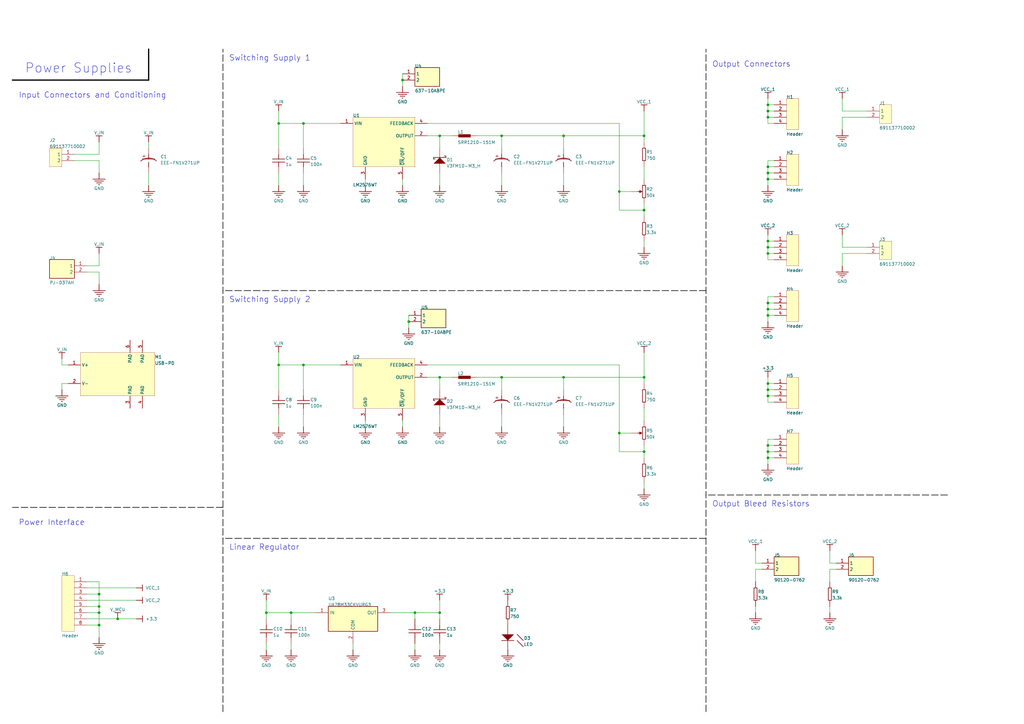
<source format=kicad_sch>
(kicad_sch (version 20231120) (generator "eeschema") (generator_version "8.0")
  (paper "A3")
  (junction (at 114.3 50.6222))
  (junction (at 124.46 50.6222))
  (junction (at 264.16 185.2422))
  (junction (at 314.96 98.8822))
  (junction (at 254 177.6222))
  (junction (at 231.14 55.7022))
  (junction (at 314.96 45.5422))
  (junction (at 314.96 124.2822))
  (junction (at 119.38 251.2822))
  (junction (at 40.64 251.2822))
  (junction (at 314.96 126.8222))
  (junction (at 314.96 162.3822))
  (junction (at 205.74 154.7622))
  (junction (at 264.16 154.7622))
  (junction (at 314.96 73.4822))
  (junction (at 314.96 43.0022))
  (junction (at 231.14 154.7622))
  (junction (at 165.1 32.8422))
  (junction (at 314.96 101.4222))
  (junction (at 40.64 243.6622))
  (junction (at 180.34 55.7022))
  (junction (at 314.96 187.7822))
  (junction (at 314.96 103.9622))
  (junction (at 124.46 149.6822))
  (junction (at 314.96 185.2422))
  (junction (at 314.96 157.3022))
  (junction (at 40.64 256.3622))
  (junction (at 254 78.5622))
  (junction (at 180.34 154.7622))
  (junction (at 314.96 129.3622))
  (junction (at 314.96 48.0822))
  (junction (at 180.34 251.2822))
  (junction (at 40.64 248.7422))
  (junction (at 167.64 131.9022))
  (junction (at 314.96 68.4022))
  (junction (at 314.96 159.8422))
  (junction (at 48.26 253.8222))
  (junction (at 109.22 251.2822))
  (junction (at 314.96 182.7022))
  (junction (at 264.16 86.1822))
  (junction (at 264.16 55.7022))
  (junction (at 205.74 55.7022))
  (junction (at 114.3 149.6822))
  (junction (at 170.18 251.2822))
  (junction (at 314.96 70.9422))
  (wire (pts (xy 205.74 55.7022) (xy 231.14 55.7022)))
  (wire (pts (xy 314.96 45.5422) (xy 314.96 48.0822)))
  (wire (pts (xy 314.96 187.7822) (xy 314.96 190.3222)))
  (wire (pts (xy 25.4 159.8422) (xy 25.4 157.3022)))
  (wire (pts (xy 314.96 48.0822) (xy 317.5 48.0822)))
  (wire (pts (xy 264.16 55.7022) (xy 264.16 45.5422)))
  (wire (pts (xy 254 185.2422) (xy 254 177.6222)))
  (wire (pts (xy 170.18 251.2822) (xy 180.34 251.2822)))
  (wire (pts (xy 309.88 230.9622) (xy 312.42 230.9622)))
  (wire (pts (xy 340.36 230.9622) (xy 342.9 230.9622)))
  (wire (pts (xy 180.34 159.8422) (xy 180.34 154.7622)))
  (wire (pts (xy 180.34 266.5222) (xy 180.34 263.9822)))
  (wire (pts (xy 264.16 154.7622) (xy 264.16 144.6022)))
  (wire (pts (xy 314.96 124.2822) (xy 314.96 126.8222)))
  (wire (pts (xy 345.44 45.5422) (xy 355.6 45.5422)))
  (wire (pts (xy 40.64 65.8622) (xy 30.48 65.8622)))
  (wire (pts (xy 317.5 73.4822) (xy 314.96 73.4822)))
  (wire (pts (xy 149.86 175.0822) (xy 149.86 172.5422)))
  (wire (pts (xy 27.94 149.6822) (xy 25.4 149.6822)))
  (polyline (pts (xy 5.08 32.8422) (xy 60.96 32.8422)) (stroke (width 0.508) (type solid) (color 0 0 0 1)))
  (wire (pts (xy 317.5 182.7022) (xy 314.96 182.7022)))
  (polyline (pts (xy 91.44 291.9222) (xy 91.44 20.1422)) (stroke (width 0.254) (type dash) (color 0 0 0 1)))
  (wire (pts (xy 124.46 76.0222) (xy 124.46 70.9422)))
  (wire (pts (xy 167.64 134.4422) (xy 167.64 131.9022)))
  (wire (pts (xy 40.64 248.7422) (xy 40.64 243.6622)))
  (wire (pts (xy 264.16 101.4222) (xy 264.16 98.8822)))
  (wire (pts (xy 314.96 40.4622) (xy 314.96 43.0022)))
  (wire (pts (xy 264.16 88.7222) (xy 264.16 86.1822)))
  (wire (pts (xy 264.16 73.4822) (xy 264.16 68.4022)))
  (wire (pts (xy 314.96 103.9622) (xy 314.96 106.5022)))
  (wire (pts (xy 264.16 86.1822) (xy 254 86.1822)))
  (wire (pts (xy 195.58 154.7622) (xy 205.74 154.7622)))
  (polyline (pts (xy 289.56 119.2022) (xy 91.44 119.2022)) (stroke (width 0.254) (type dash) (color 0 0 0 1)))
  (wire (pts (xy 167.64 131.9022) (xy 167.64 129.3622)))
  (wire (pts (xy 40.64 63.3222) (xy 30.48 63.3222)))
  (wire (pts (xy 309.88 225.8822) (xy 309.88 230.9622)))
  (wire (pts (xy 314.96 70.9422) (xy 314.96 73.4822)))
  (wire (pts (xy 35.56 243.6622) (xy 40.64 243.6622)))
  (wire (pts (xy 314.96 98.8822) (xy 317.5 98.8822)))
  (wire (pts (xy 195.58 55.7022) (xy 205.74 55.7022)))
  (wire (pts (xy 340.36 248.7422) (xy 340.36 251.2822)))
  (wire (pts (xy 317.5 65.8622) (xy 314.96 65.8622)))
  (wire (pts (xy 40.64 103.9622) (xy 40.64 109.0422)))
  (wire (pts (xy 231.14 159.8422) (xy 231.14 154.7622)))
  (wire (pts (xy 317.5 121.7422) (xy 314.96 121.7422)))
  (wire (pts (xy 231.14 175.0822) (xy 231.14 170.0022)))
  (wire (pts (xy 309.88 233.5022) (xy 312.42 233.5022)))
  (wire (pts (xy 114.3 50.6222) (xy 114.3 45.5422)))
  (wire (pts (xy 317.5 124.2822) (xy 314.96 124.2822)))
  (wire (pts (xy 345.44 96.3422) (xy 345.44 101.4222)))
  (wire (pts (xy 264.16 172.5422) (xy 264.16 167.4622)))
  (wire (pts (xy 119.38 251.2822) (xy 129.54 251.2822)))
  (wire (pts (xy 314.96 68.4022) (xy 314.96 70.9422)))
  (wire (pts (xy 35.56 246.2022) (xy 55.88 246.2022)))
  (wire (pts (xy 114.3 50.6222) (xy 114.3 60.7822)))
  (wire (pts (xy 231.14 154.7622) (xy 264.16 154.7622)))
  (wire (pts (xy 165.1 76.0222) (xy 165.1 73.4822)))
  (wire (pts (xy 35.56 241.1222) (xy 55.88 241.1222)))
  (wire (pts (xy 25.4 157.3022) (xy 27.94 157.3022)))
  (wire (pts (xy 165.1 32.8422) (xy 165.1 30.3022)))
  (wire (pts (xy 314.96 162.3822) (xy 317.5 162.3822)))
  (wire (pts (xy 264.16 86.1822) (xy 264.16 83.6422)))
  (polyline (pts (xy 289.56 220.8022) (xy 91.44 220.8022)) (stroke (width 0.254) (type dash) (color 0 0 0 1)))
  (wire (pts (xy 165.1 35.3822) (xy 165.1 32.8422)))
  (wire (pts (xy 314.96 101.4222) (xy 317.5 101.4222)))
  (wire (pts (xy 264.16 157.3022) (xy 264.16 154.7622)))
  (wire (pts (xy 314.96 48.0822) (xy 314.96 50.6222)))
  (wire (pts (xy 264.16 200.4822) (xy 264.16 197.9422)))
  (wire (pts (xy 40.64 111.5822) (xy 35.56 111.5822)))
  (wire (pts (xy 314.96 43.0022) (xy 317.5 43.0022)))
  (wire (pts (xy 40.64 58.2422) (xy 40.64 63.3222)))
  (wire (pts (xy 124.46 60.7822) (xy 124.46 50.6222)))
  (wire (pts (xy 314.96 182.7022) (xy 314.96 185.2422)))
  (wire (pts (xy 40.64 251.2822) (xy 35.56 251.2822)))
  (wire (pts (xy 317.5 70.9422) (xy 314.96 70.9422)))
  (wire (pts (xy 314.96 164.9222) (xy 317.5 164.9222)))
  (wire (pts (xy 254 149.6822) (xy 175.26 149.6822)))
  (wire (pts (xy 314.96 159.8422) (xy 314.96 162.3822)))
  (wire (pts (xy 40.64 70.9422) (xy 40.64 65.8622)))
  (wire (pts (xy 180.34 55.7022) (xy 185.42 55.7022)))
  (wire (pts (xy 264.16 187.7822) (xy 264.16 185.2422)))
  (wire (pts (xy 170.18 253.8222) (xy 170.18 251.2822)))
  (wire (pts (xy 264.16 185.2422) (xy 264.16 182.7022)))
  (wire (pts (xy 40.64 109.0422) (xy 35.56 109.0422)))
  (wire (pts (xy 314.96 126.8222) (xy 314.96 129.3622)))
  (wire (pts (xy 314.96 43.0022) (xy 314.96 45.5422)))
  (wire (pts (xy 264.16 185.2422) (xy 254 185.2422)))
  (wire (pts (xy 124.46 175.0822) (xy 124.46 170.0022)))
  (wire (pts (xy 48.26 253.8222) (xy 55.88 253.8222)))
  (polyline (pts (xy 60.96 32.8422) (xy 60.96 20.1422)) (stroke (width 0.508) (type solid) (color 0 0 0 1)))
  (polyline (pts (xy 289.56 291.9222) (xy 289.56 20.1422)) (stroke (width 0.254) (type dash) (color 0 0 0 1)))
  (wire (pts (xy 180.34 55.7022) (xy 175.26 55.7022)))
  (wire (pts (xy 124.46 149.6822) (xy 114.3 149.6822)))
  (wire (pts (xy 314.96 98.8822) (xy 314.96 101.4222)))
  (wire (pts (xy 317.5 180.1622) (xy 314.96 180.1622)))
  (wire (pts (xy 205.74 60.7822) (xy 205.74 55.7022)))
  (wire (pts (xy 345.44 40.4622) (xy 345.44 45.5422)))
  (wire (pts (xy 340.36 225.8822) (xy 340.36 230.9622)))
  (wire (pts (xy 309.88 238.5822) (xy 309.88 233.5022)))
  (wire (pts (xy 314.96 162.3822) (xy 314.96 164.9222)))
  (wire (pts (xy 254 177.6222) (xy 254 149.6822)))
  (wire (pts (xy 317.5 185.2422) (xy 314.96 185.2422)))
  (wire (pts (xy 35.56 248.7422) (xy 40.64 248.7422)))
  (wire (pts (xy 345.44 101.4222) (xy 355.6 101.4222)))
  (wire (pts (xy 342.9 233.5022) (xy 340.36 233.5022)))
  (wire (pts (xy 165.1 175.0822) (xy 165.1 172.5422)))
  (wire (pts (xy 40.64 251.2822) (xy 40.64 248.7422)))
  (wire (pts (xy 314.96 154.7622) (xy 314.96 157.3022)))
  (wire (pts (xy 264.16 58.2422) (xy 264.16 55.7022)))
  (wire (pts (xy 180.34 175.0822) (xy 180.34 170.0022)))
  (wire (pts (xy 345.44 53.1622) (xy 345.44 48.0822)))
  (wire (pts (xy 314.96 96.3422) (xy 314.96 98.8822)))
  (wire (pts (xy 35.56 256.3622) (xy 40.64 256.3622)))
  (wire (pts (xy 180.34 76.0222) (xy 180.34 70.9422)))
  (wire (pts (xy 180.34 246.2022) (xy 180.34 251.2822)))
  (wire (pts (xy 314.96 106.5022) (xy 317.5 106.5022)))
  (wire (pts (xy 124.46 50.6222) (xy 114.3 50.6222)))
  (wire (pts (xy 231.14 60.7822) (xy 231.14 55.7022)))
  (wire (pts (xy 314.96 103.9622) (xy 317.5 103.9622)))
  (wire (pts (xy 124.46 159.8422) (xy 124.46 149.6822)))
  (wire (pts (xy 119.38 251.2822) (xy 119.38 253.8222)))
  (wire (pts (xy 40.64 238.5822) (xy 35.56 238.5822)))
  (wire (pts (xy 314.96 157.3022) (xy 314.96 159.8422)))
  (wire (pts (xy 114.3 175.0822) (xy 114.3 170.0022)))
  (wire (pts (xy 139.7 149.6822) (xy 124.46 149.6822)))
  (wire (pts (xy 317.5 68.4022) (xy 314.96 68.4022)))
  (wire (pts (xy 40.64 256.3622) (xy 40.64 251.2822)))
  (wire (pts (xy 205.74 175.0822) (xy 205.74 170.0022)))
  (wire (pts (xy 254 50.6222) (xy 175.26 50.6222)))
  (wire (pts (xy 259.08 78.5622) (xy 254 78.5622)))
  (wire (pts (xy 60.96 58.2422) (xy 60.96 60.7822)))
  (wire (pts (xy 314.96 121.7422) (xy 314.96 124.2822)))
  (wire (pts (xy 345.44 103.9622) (xy 355.6 103.9622)))
  (wire (pts (xy 314.96 159.8422) (xy 317.5 159.8422)))
  (wire (pts (xy 314.96 50.6222) (xy 317.5 50.6222)))
  (wire (pts (xy 109.22 266.5222) (xy 109.22 263.9822)))
  (wire (pts (xy 109.22 251.2822) (xy 109.22 246.2022)))
  (wire (pts (xy 109.22 253.8222) (xy 109.22 251.2822)))
  (wire (pts (xy 314.96 45.5422) (xy 317.5 45.5422)))
  (wire (pts (xy 317.5 126.8222) (xy 314.96 126.8222)))
  (wire (pts (xy 119.38 266.5222) (xy 119.38 263.9822)))
  (wire (pts (xy 314.96 180.1622) (xy 314.96 182.7022)))
  (wire (pts (xy 40.64 256.3622) (xy 40.64 261.4422)))
  (wire (pts (xy 254 86.1822) (xy 254 78.5622)))
  (wire (pts (xy 160.02 251.2822) (xy 170.18 251.2822)))
  (wire (pts (xy 345.44 48.0822) (xy 355.6 48.0822)))
  (wire (pts (xy 114.3 149.6822) (xy 114.3 144.6022)))
  (wire (pts (xy 180.34 251.2822) (xy 180.34 253.8222)))
  (wire (pts (xy 40.64 116.6622) (xy 40.64 111.5822)))
  (wire (pts (xy 314.96 73.4822) (xy 314.96 76.0222)))
  (wire (pts (xy 114.3 149.6822) (xy 114.3 159.8422)))
  (polyline (pts (xy 388.62 203.0222) (xy 289.56 203.0222)) (stroke (width 0.254) (type dash) (color 0 0 0 1)))
  (wire (pts (xy 180.34 154.7622) (xy 175.26 154.7622)))
  (wire (pts (xy 314.96 185.2422) (xy 314.96 187.7822)))
  (wire (pts (xy 109.22 251.2822) (xy 119.38 251.2822)))
  (wire (pts (xy 40.64 243.6622) (xy 40.64 238.5822)))
  (wire (pts (xy 205.74 159.8422) (xy 205.74 154.7622)))
  (wire (pts (xy 139.7 50.6222) (xy 124.46 50.6222)))
  (polyline (pts (xy 91.44 208.1022) (xy 5.08 208.1022)) (stroke (width 0.254) (type dash) (color 0 0 0 1)))
  (wire (pts (xy 340.36 233.5022) (xy 340.36 238.5822)))
  (wire (pts (xy 231.14 55.7022) (xy 264.16 55.7022)))
  (wire (pts (xy 259.08 177.6222) (xy 254 177.6222)))
  (wire (pts (xy 60.96 76.0222) (xy 60.96 70.9422)))
  (wire (pts (xy 317.5 187.7822) (xy 314.96 187.7822)))
  (wire (pts (xy 254 78.5622) (xy 254 50.6222)))
  (wire (pts (xy 180.34 60.7822) (xy 180.34 55.7022)))
  (wire (pts (xy 231.14 76.0222) (xy 231.14 70.9422)))
  (wire (pts (xy 114.3 76.0222) (xy 114.3 70.9422)))
  (wire (pts (xy 314.96 101.4222) (xy 314.96 103.9622)))
  (wire (pts (xy 314.96 65.8622) (xy 314.96 68.4022)))
  (wire (pts (xy 144.78 266.5222) (xy 144.78 263.9822)))
  (wire (pts (xy 180.34 154.7622) (xy 185.42 154.7622)))
  (wire (pts (xy 205.74 154.7622) (xy 231.14 154.7622)))
  (wire (pts (xy 314.96 157.3022) (xy 317.5 157.3022)))
  (wire (pts (xy 149.86 76.0222) (xy 149.86 73.4822)))
  (wire (pts (xy 345.44 109.0422) (xy 345.44 103.9622)))
  (wire (pts (xy 314.96 129.3622) (xy 314.96 131.9022)))
  (wire (pts (xy 205.74 76.0222) (xy 205.74 70.9422)))
  (wire (pts (xy 170.18 266.5222) (xy 170.18 263.9822)))
  (wire (pts (xy 25.4 149.6822) (xy 25.4 147.1422)))
  (wire (pts (xy 309.88 251.2822) (xy 309.88 248.7422)))
  (wire (pts (xy 35.56 253.8222) (xy 48.26 253.8222)))
  (wire (pts (xy 317.5 129.3622) (xy 314.96 129.3622)))
  (text "Linear Regulator" (at 93.98 225.8822 0) (effects (font (size 2.286 2.286)) (justify left bottom)))
  (text "Switching Supply 2" (at 93.98 124.2822 0) (effects (font (size 2.286 2.286)) (justify left bottom)))
  (text "Switching Supply 1" (at 93.98 25.2222 0) (effects (font (size 2.286 2.286)) (justify left bottom)))
  (text "Input Connectors and Conditioning" (at 7.62 40.4622 0) (effects (font (size 2.286 2.286)) (justify left bottom)))
  (text "Output Bleed Resistors" (at 292.1 208.1022 0) (effects (font (size 2.286 2.286)) (justify left bottom)))
  (text "Power Supplies" (at 10.16 30.3022 0) (effects (font (size 3.81 3.81)) (justify left bottom)))
  (text "Power Interface" (at 7.62 215.7222 0) (effects (font (size 2.286 2.286)) (justify left bottom)))
  (text "Output Connectors" (at 292.1 27.7622 0) (effects (font (size 2.286 2.286)) (justify left bottom)))
  (symbol (lib_id "Power Supply Complete-altium-import:GND_POWER_GROUND") (at 114.3 76.0222 0) (unit 1)
    (property "Reference" "#PWR?" (effects (hide yes)))
    (property "Value" "GND" (at 114.3 82.3722 0))
  )
  (symbol (lib_id "Power Supply Complete-altium-import:root_0_90120-0762") (at 312.42 230.9622 0) (unit 1)
    (property "Reference" "J5" (at 317.5 228.4222 0) (effects (justify left bottom)))
    (property "Value" "90120-0762" (at 317.5 238.5822 0) (effects (justify left bottom)))
    (property "Footprint" "HDRV2W35P0X254_1X2_508X249X560P" (effects (hide yes)))
    (property "Description" "Connector" (effects (hide yes)))
    (property "DATASHEET LINK" "http://www.molex.com/pdm_docs/sd/901200762_sd.pdf" (effects (hide yes)))
    (property "HEIGHT" "5.6mm" (effects (hide yes)))
    (property "MANUFACTURER_NAME" "Molex" (effects (hide yes)))
    (property "MANUFACTURER_PART_NUMBER" "90120-0762" (effects (hide yes)))
    (property "MOUSER PART NUMBER" "538-90120-0762" (effects (hide yes)))
    (property "MOUSER PRICE/STOCK" "https://www.mouser.co.uk/ProductDetail/Molex/90120-0762?qs=NKHyz0HolODkarWFh2VFww%3D%3D" (effects (hide yes)))
    (property "ARROW PART NUMBER" "90120-0762" (effects (hide yes)))
    (property "ARROW PRICE/STOCK" "https://www.arrow.com/en/products/90120-0762/molex?region=nac" (effects (hide yes)))
  )
  (symbol (lib_id "Power Supply Complete-altium-import:root_0_637-10ABPE") (at 165.1 30.3022 0) (unit 1)
    (property "Reference" "U4" (at 170.18 27.7622 0) (effects (justify left bottom)))
    (property "Value" "637-10ABPE" (at 170.18 37.9222 0) (effects (justify left bottom)))
    (property "Footprint" "63710ABPE" (effects (hide yes)))
    (property "Description" "Undefined or Miscellaneous" (effects (hide yes)))
    (property "DATASHEET LINK" "https://media.digikey.com/pdf/Data%20Sheets/Wakefield%20Thermal%20PDFs/634%20Heat%20Sinks.pdf" (effects (hide yes)))
    (property "HEIGHT" "25.4mm" (effects (hide yes)))
    (property "MANUFACTURER_NAME" "Wakefield Thermal" (effects (hide yes)))
    (property "MANUFACTURER_PART_NUMBER" "637-10ABPE" (effects (hide yes)))
    (property "MOUSER PART NUMBER" "567-637-10ABPE" (effects (hide yes)))
    (property "MOUSER PRICE/STOCK" "https://www.mouser.co.uk/ProductDetail/Wakefield-Vette/637-10ABPE?qs=1%252ByrAFyf4wFy1bU0h8s7wA%3D%3D" (effects (hide yes)))
  )
  (symbol (lib_id "Power Supply Complete-altium-import:GND_POWER_GROUND") (at 264.16 101.4222 0) (unit 1)
    (property "Reference" "#PWR?" (effects (hide yes)))
    (property "Value" "GND" (at 264.16 107.7722 0))
  )
  (symbol (lib_id "Power Supply Complete-altium-import:VCC_1_BAR") (at 314.96 40.4622 180) (unit 1)
    (property "Reference" "#PWR?" (effects (hide yes)))
    (property "Value" "VCC_1" (at 314.96 36.6522 0))
  )
  (symbol (lib_id "Power Supply Complete-altium-import:root_0_Capacitor - Non Polarized") (at 114.3 159.8422 0) (unit 1)
    (property "Reference" "C8" (at 117.094 164.6682 0) (effects (justify left bottom)))
    (property "Value" "1u" (at 117.094 167.2082 0) (effects (justify left bottom)))
    (property "Footprint" "CAP0805" (effects (hide yes)))
    (property "Description" "Non Polarized Capacitor" (effects (hide yes)))
  )
  (symbol (lib_id "Power Supply Complete-altium-import:GND_POWER_GROUND") (at 114.3 175.0822 0) (unit 1)
    (property "Reference" "#PWR?" (effects (hide yes)))
    (property "Value" "GND" (at 114.3 181.4322 0))
  )
  (symbol (lib_id "Power Supply Complete-altium-import:root_0_Capacitor - Non Polarized") (at 180.34 253.8222 0) (unit 1)
    (property "Reference" "C13" (at 183.134 258.6482 0) (effects (justify left bottom)))
    (property "Value" "1u" (at 183.134 261.1882 0) (effects (justify left bottom)))
    (property "Footprint" "CAP0805" (effects (hide yes)))
    (property "Description" "Non Polarized Capacitor" (effects (hide yes)))
  )
  (symbol (lib_id "Power Supply Complete-altium-import:V_IN_BAR") (at 114.3 45.5422 180) (unit 1)
    (property "Reference" "#PWR?" (effects (hide yes)))
    (property "Value" "V_IN" (at 114.3 41.7322 0))
  )
  (symbol (lib_id "Power Supply Complete-altium-import:root_0_4-Pin Header") (at 317.5 43.0022 0) (unit 1)
    (property "Reference" "H1" (at 322.58 40.4622 0) (effects (justify left bottom)))
    (property "Value" "Header" (at 322.58 55.7022 0) (effects (justify left bottom)))
    (property "Footprint" "Header_1X4" (effects (hide yes)))
    (property "Description" "4-Pin Header" (effects (hide yes)))
  )
  (symbol (lib_id "Power Supply Complete-altium-import:GND_POWER_GROUND") (at 205.74 76.0222 0) (unit 1)
    (property "Reference" "#PWR?" (effects (hide yes)))
    (property "Value" "GND" (at 205.74 82.3722 0))
  )
  (symbol (lib_id "Power Supply Complete-altium-import:V_IN_BAR") (at 40.64 58.2422 180) (unit 1)
    (property "Reference" "#PWR?" (effects (hide yes)))
    (property "Value" "V_IN" (at 40.64 54.4322 0))
  )
  (symbol (lib_id "Power Supply Complete-altium-import:GND_POWER_GROUND") (at 314.96 131.9022 0) (unit 1)
    (property "Reference" "#PWR?" (effects (hide yes)))
    (property "Value" "GND" (at 314.96 138.2522 0))
  )
  (symbol (lib_id "Power Supply Complete-altium-import:VCC_2_BAR") (at 340.36 225.8822 180) (unit 1)
    (property "Reference" "#PWR?" (effects (hide yes)))
    (property "Value" "VCC_2" (at 340.36 222.0722 0))
  )
  (symbol (lib_id "Power Supply Complete-altium-import:root_0_USB-PD") (at 27.94 139.5222 0) (unit 1)
    (property "Reference" "M1" (at 63.5 147.1422 0) (effects (justify left bottom)))
    (property "Value" "USB-PD" (at 63.5 149.6822 0) (effects (justify left bottom)))
    (property "Footprint" "USB_C-PD" (effects (hide yes)))
  )
  (symbol (lib_id "Power Supply Complete-altium-import:VCC_1_BAR") (at 55.88 241.1222 90) (unit 1)
    (property "Reference" "#PWR?" (effects (hide yes)))
    (property "Value" "VCC_1" (at 59.69 241.1222 90) (effects (justify right)))
  )
  (symbol (lib_id "Power Supply Complete-altium-import:VCC_2_BAR") (at 264.16 144.6022 180) (unit 1)
    (property "Reference" "#PWR?" (effects (hide yes)))
    (property "Value" "VCC_2" (at 264.16 140.7922 0))
  )
  (symbol (lib_id "Power Supply Complete-altium-import:root_0_637-10ABPE") (at 167.64 129.3622 0) (unit 1)
    (property "Reference" "U5" (at 172.72 126.8222 0) (effects (justify left bottom)))
    (property "Value" "637-10ABPE" (at 172.72 136.9822 0) (effects (justify left bottom)))
    (property "Footprint" "63710ABPE" (effects (hide yes)))
    (property "Description" "Undefined or Miscellaneous" (effects (hide yes)))
    (property "DATASHEET LINK" "https://media.digikey.com/pdf/Data%20Sheets/Wakefield%20Thermal%20PDFs/634%20Heat%20Sinks.pdf" (effects (hide yes)))
    (property "HEIGHT" "25.4mm" (effects (hide yes)))
    (property "MANUFACTURER_NAME" "Wakefield Thermal" (effects (hide yes)))
    (property "MANUFACTURER_PART_NUMBER" "637-10ABPE" (effects (hide yes)))
    (property "MOUSER PART NUMBER" "567-637-10ABPE" (effects (hide yes)))
    (property "MOUSER PRICE/STOCK" "https://www.mouser.co.uk/ProductDetail/Wakefield-Vette/637-10ABPE?qs=1%252ByrAFyf4wFy1bU0h8s7wA%3D%3D" (effects (hide yes)))
  )
  (symbol (lib_id "Power Supply Complete-altium-import:root_0_Capacitor - Non Polarized") (at 170.18 253.8222 0) (unit 1)
    (property "Reference" "C12" (at 172.974 258.6482 0) (effects (justify left bottom)))
    (property "Value" "100n" (at 172.974 261.1882 0) (effects (justify left bottom)))
    (property "Footprint" "CAP0805" (effects (hide yes)))
    (property "Description" "Non Polarized Capacitor" (effects (hide yes)))
  )
  (symbol (lib_id "Power Supply Complete-altium-import:root_0_Resistor") (at 264.16 157.3022 0) (unit 1)
    (property "Reference" "R4" (at 265.049 162.1282 0) (effects (justify left bottom)))
    (property "Value" "750" (at 265.049 164.6682 0) (effects (justify left bottom)))
    (property "Footprint" "RESC0805" (effects (hide yes)))
    (property "Description" "Resistor" (effects (hide yes)))
  )
  (symbol (lib_id "Power Supply Complete-altium-import:V_IN_BAR") (at 40.64 103.9622 180) (unit 1)
    (property "Reference" "#PWR?" (effects (hide yes)))
    (property "Value" "V_IN" (at 40.64 100.1522 0))
  )
  (symbol (lib_id "Power Supply Complete-altium-import:GND_POWER_GROUND") (at 264.16 200.4822 0) (unit 1)
    (property "Reference" "#PWR?" (effects (hide yes)))
    (property "Value" "GND" (at 264.16 206.8322 0))
  )
  (symbol (lib_id "Power Supply Complete-altium-import:GND_POWER_GROUND") (at 124.46 76.0222 0) (unit 1)
    (property "Reference" "#PWR?" (effects (hide yes)))
    (property "Value" "GND" (at 124.46 82.3722 0))
  )
  (symbol (lib_id "Power Supply Complete-altium-import:root_0_Capacitor - Non Polarized") (at 114.3 60.7822 0) (unit 1)
    (property "Reference" "C4" (at 117.094 65.6082 0) (effects (justify left bottom)))
    (property "Value" "1u" (at 117.094 68.1482 0) (effects (justify left bottom)))
    (property "Footprint" "CAP0805" (effects (hide yes)))
    (property "Description" "Non Polarized Capacitor" (effects (hide yes)))
  )
  (symbol (lib_id "Power Supply Complete-altium-import:GND_POWER_GROUND") (at 40.64 116.6622 0) (unit 1)
    (property "Reference" "#PWR?" (effects (hide yes)))
    (property "Value" "GND" (at 40.64 123.0122 0))
  )
  (symbol (lib_id "Power Supply Complete-altium-import:GND_POWER_GROUND") (at 40.64 261.4422 0) (unit 1)
    (property "Reference" "#PWR?" (effects (hide yes)))
    (property "Value" "GND" (at 40.64 267.7922 0))
  )
  (symbol (lib_id "Power Supply Complete-altium-import:GND_POWER_GROUND") (at 149.86 175.0822 0) (unit 1)
    (property "Reference" "#PWR?" (effects (hide yes)))
    (property "Value" "GND" (at 149.86 181.4322 0))
  )
  (symbol (lib_id "Power Supply Complete-altium-import:VCC_2_BAR") (at 55.88 246.2022 90) (unit 1)
    (property "Reference" "#PWR?" (effects (hide yes)))
    (property "Value" "VCC_2" (at 59.69 246.2022 90) (effects (justify right)))
  )
  (symbol (lib_id "Power Supply Complete-altium-import:VCC_2_BAR") (at 314.96 96.3422 180) (unit 1)
    (property "Reference" "#PWR?" (effects (hide yes)))
    (property "Value" "VCC_2" (at 314.96 92.5322 0))
  )
  (symbol (lib_id "Power Supply Complete-altium-import:V_IN_BAR") (at 109.22 246.2022 180) (unit 1)
    (property "Reference" "#PWR?" (effects (hide yes)))
    (property "Value" "V_IN" (at 109.22 242.3922 0))
  )
  (symbol (lib_id "Power Supply Complete-altium-import:root_1_SRR1210-151M") (at 185.42 55.7022 0) (unit 1)
    (property "Reference" "L1" (at 187.706 54.8132 0) (effects (justify left bottom)))
    (property "Value" "SRR1210-151M" (at 187.706 59.1312 0) (effects (justify left bottom)))
    (property "Footprint" "INDPM120120X1000N-D" (effects (hide yes)))
    (property "Description" "Inductor" (effects (hide yes)))
    (property "DATASHEET LINK" "https://www.bourns.com/docs/Product-Datasheets/SRR1210.pdf" (effects (hide yes)))
    (property "HEIGHT" "10mm" (effects (hide yes)))
    (property "MANUFACTURER_NAME" "Bourns" (effects (hide yes)))
    (property "MANUFACTURER_PART_NUMBER" "SRR1210-151M" (effects (hide yes)))
    (property "MOUSER PART NUMBER" "652-SRR1210-151M" (effects (hide yes)))
    (property "MOUSER PRICE/STOCK" "https://www.mouser.co.uk/ProductDetail/Bourns/SRR1210-151M?qs=4vvWAaIu%2Fq7S1x5W5meWRQ%3D%3D" (effects (hide yes)))
    (property "ARROW PART NUMBER" "SRR1210-151M" (effects (hide yes)))
    (property "ARROW PRICE/STOCK" "https://www.arrow.com/en/products/srr1210-151m/bourns?region=nac" (effects (hide yes)))
  )
  (symbol (lib_id "Power Supply Complete-altium-import:GND_POWER_GROUND") (at 345.44 109.0422 0) (unit 1)
    (property "Reference" "#PWR?" (effects (hide yes)))
    (property "Value" "GND" (at 345.44 115.3922 0))
  )
  (symbol (lib_id "Power Supply Complete-altium-import:GND_POWER_GROUND") (at 309.88 251.2822 0) (unit 1)
    (property "Reference" "#PWR?" (effects (hide yes)))
    (property "Value" "GND" (at 309.88 257.6322 0))
  )
  (symbol (lib_id "Power Supply Complete-altium-import:V_IN_BAR") (at 25.4 147.1422 180) (unit 1)
    (property "Reference" "#PWR?" (effects (hide yes)))
    (property "Value" "V_IN" (at 25.4 143.3322 0))
  )
  (symbol (lib_id "Power Supply Complete-altium-import:root_0_mirrored_Potentiometer") (at 264.16 73.4822 0) (unit 1)
    (property "Reference" "R2" (at 265.049 78.3082 0) (effects (justify left bottom)))
    (property "Value" "50k" (at 265.049 80.8482 0) (effects (justify left bottom)))
    (property "Footprint" "3339P1103LF" (effects (hide yes)))
    (property "Description" "Potentionmeter" (effects (hide yes)))
  )
  (symbol (lib_id "Power Supply Complete-altium-import:GND_POWER_GROUND") (at 165.1 175.0822 0) (unit 1)
    (property "Reference" "#PWR?" (effects (hide yes)))
    (property "Value" "GND" (at 165.1 181.4322 0))
  )
  (symbol (lib_id "Power Supply Complete-altium-import:root_0_EEE-FN1V271UP") (at 231.14 60.7822 0) (unit 1)
    (property "Reference" "C3" (at 235.983 64.9732 0) (effects (justify left bottom)))
    (property "Value" "EEE-FN1V271UP" (at 235.983 67.5132 0) (effects (justify left bottom)))
    (property "Footprint" "EEHZT1E331UP" (effects (hide yes)))
    (property "Description" "Capacitor Polarised" (effects (hide yes)))
    (property "DATASHEET LINK" "http://industrial.panasonic.com/cdbs/www-data/pdf/RDE0000/RDE0000C1259.pdf" (effects (hide yes)))
    (property "HEIGHT" "10.8mm" (effects (hide yes)))
    (property "MANUFACTURER_NAME" "Panasonic" (effects (hide yes)))
    (property "MANUFACTURER_PART_NUMBER" "EEE-FN1V271UP" (effects (hide yes)))
    (property "MOUSER PART NUMBER" "667-EEE-FN1V271UP" (effects (hide yes)))
    (property "MOUSER PRICE/STOCK" "https://www.mouser.co.uk/ProductDetail/Panasonic/EEE-FN1V271UP/?qs=OlC7AqGiEDkrGQxqM1X3hg%3D%3D" (effects (hide yes)))
    (property "ARROW PART NUMBER" "EEE-FN1V271UP" (effects (hide yes)))
    (property "ARROW PRICE/STOCK" "https://www.arrow.com/en/products/eee-fn1v271up/panasonic" (effects (hide yes)))
  )
  (symbol (lib_id "Power Supply Complete-altium-import:VCC_1_BAR") (at 264.16 45.5422 180) (unit 1)
    (property "Reference" "#PWR?" (effects (hide yes)))
    (property "Value" "VCC_1" (at 264.16 41.7322 0))
  )
  (symbol (lib_id "Power Supply Complete-altium-import:root_0_EEE-FN1V271UP") (at 60.96 60.7822 0) (unit 1)
    (property "Reference" "C1" (at 65.803 64.9732 0) (effects (justify left bottom)))
    (property "Value" "EEE-FN1V271UP" (at 65.803 67.5132 0) (effects (justify left bottom)))
    (property "Footprint" "EEHZT1E331UP" (effects (hide yes)))
    (property "Description" "Capacitor Polarised" (effects (hide yes)))
    (property "DATASHEET LINK" "http://industrial.panasonic.com/cdbs/www-data/pdf/RDE0000/RDE0000C1259.pdf" (effects (hide yes)))
    (property "HEIGHT" "10.8mm" (effects (hide yes)))
    (property "MANUFACTURER_NAME" "Panasonic" (effects (hide yes)))
    (property "MANUFACTURER_PART_NUMBER" "EEE-FN1V271UP" (effects (hide yes)))
    (property "MOUSER PART NUMBER" "667-EEE-FN1V271UP" (effects (hide yes)))
    (property "MOUSER PRICE/STOCK" "https://www.mouser.co.uk/ProductDetail/Panasonic/EEE-FN1V271UP/?qs=OlC7AqGiEDkrGQxqM1X3hg%3D%3D" (effects (hide yes)))
    (property "ARROW PART NUMBER" "EEE-FN1V271UP" (effects (hide yes)))
    (property "ARROW PRICE/STOCK" "https://www.arrow.com/en/products/eee-fn1v271up/panasonic" (effects (hide yes)))
  )
  (symbol (lib_id "Power Supply Complete-altium-import:root_0_Capacitor - Non Polarized") (at 124.46 159.8422 0) (unit 1)
    (property "Reference" "C9" (at 127.254 164.6682 0) (effects (justify left bottom)))
    (property "Value" "100n" (at 127.254 167.2082 0) (effects (justify left bottom)))
    (property "Footprint" "CAP0805" (effects (hide yes)))
    (property "Description" "Non Polarized Capacitor" (effects (hide yes)))
  )
  (symbol (lib_id "Power Supply Complete-altium-import:root_0_Resistor") (at 264.16 58.2422 0) (unit 1)
    (property "Reference" "R1" (at 265.049 63.0682 0) (effects (justify left bottom)))
    (property "Value" "750" (at 265.049 65.6082 0) (effects (justify left bottom)))
    (property "Footprint" "RESC0805" (effects (hide yes)))
    (property "Description" "Resistor" (effects (hide yes)))
  )
  (symbol (lib_id "Power Supply Complete-altium-import:root_0_mirrored_Potentiometer") (at 264.16 172.5422 0) (unit 1)
    (property "Reference" "R5" (at 265.049 177.3682 0) (effects (justify left bottom)))
    (property "Value" "50k" (at 265.049 179.9082 0) (effects (justify left bottom)))
    (property "Footprint" "3339P1103LF" (effects (hide yes)))
    (property "Description" "Potentionmeter" (effects (hide yes)))
  )
  (symbol (lib_id "Power Supply Complete-altium-import:GND_POWER_GROUND") (at 170.18 266.5222 0) (unit 1)
    (property "Reference" "#PWR?" (effects (hide yes)))
    (property "Value" "GND" (at 170.18 272.8722 0))
  )
  (symbol (lib_id "Power Supply Complete-altium-import:VCC_2_BAR") (at 345.44 96.3422 180) (unit 1)
    (property "Reference" "#PWR?" (effects (hide yes)))
    (property "Value" "VCC_2" (at 345.44 92.5322 0))
  )
  (symbol (lib_id "Power Supply Complete-altium-import:GND_POWER_GROUND") (at 180.34 175.0822 0) (unit 1)
    (property "Reference" "#PWR?" (effects (hide yes)))
    (property "Value" "GND" (at 180.34 181.4322 0))
  )
  (symbol (lib_id "Power Supply Complete-altium-import:V_MCU_BAR") (at 48.26 253.8222 180) (unit 1)
    (property "Reference" "#PWR?" (effects (hide yes)))
    (property "Value" "V_MCU" (at 48.26 250.0122 0))
  )
  (symbol (lib_id "Power Supply Complete-altium-import:root_0_691137710002") (at 355.6 45.5422 0) (unit 1)
    (property "Reference" "J1" (at 360.68 43.0022 0) (effects (justify left bottom)))
    (property "Value" "691137710002" (at 360.68 53.1622 0) (effects (justify left bottom)))
    (property "Footprint" "SHDR2W70P0X500_1X2_1000X750X1160P" (effects (hide yes)))
    (property "Description" "Connector" (effects (hide yes)))
    (property "DATASHEET LINK" "https://katalog.we-online.com/em/datasheet/691137710002.pdf" (effects (hide yes)))
    (property "HEIGHT" "11.6mm" (effects (hide yes)))
    (property "MANUFACTURER_NAME" "Wurth Elektronik" (effects (hide yes)))
    (property "MANUFACTURER_PART_NUMBER" "691137710002" (effects (hide yes)))
    (property "MOUSER PART NUMBER" "710-691137710002" (effects (hide yes)))
    (property "MOUSER PRICE/STOCK" "https://www.mouser.co.uk/ProductDetail/Wurth-Elektronik/691137710002?qs=lBTPRtX1sU9LnHBbviNKGA%3D%3D" (effects (hide yes)))
  )
  (symbol (lib_id "Power Supply Complete-altium-import:root_0_mirrored_691137710002") (at 30.48 63.3222 0) (unit 1)
    (property "Reference" "J2" (at 20.32 58.2422 0) (effects (justify left bottom)))
    (property "Value" "691137710002" (at 20.32 60.7822 0) (effects (justify left bottom)))
    (property "Footprint" "SHDR2W70P0X500_1X2_1000X750X1160P" (effects (hide yes)))
    (property "Description" "Connector" (effects (hide yes)))
    (property "DATASHEET LINK" "https://katalog.we-online.com/em/datasheet/691137710002.pdf" (effects (hide yes)))
    (property "HEIGHT" "11.6mm" (effects (hide yes)))
    (property "MANUFACTURER_NAME" "Wurth Elektronik" (effects (hide yes)))
    (property "MANUFACTURER_PART_NUMBER" "691137710002" (effects (hide yes)))
    (property "MOUSER PART NUMBER" "710-691137710002" (effects (hide yes)))
    (property "MOUSER PRICE/STOCK" "https://www.mouser.co.uk/ProductDetail/Wurth-Elektronik/691137710002?qs=lBTPRtX1sU9LnHBbviNKGA%3D%3D" (effects (hide yes)))
  )
  (symbol (lib_id "Power Supply Complete-altium-import:root_1_SRR1210-151M") (at 185.42 154.7622 0) (unit 1)
    (property "Reference" "L2" (at 187.706 153.8732 0) (effects (justify left bottom)))
    (property "Value" "SRR1210-151M" (at 187.706 158.1912 0) (effects (justify left bottom)))
    (property "Footprint" "INDPM120120X1000N-D" (effects (hide yes)))
    (property "Description" "Inductor" (effects (hide yes)))
    (property "DATASHEET LINK" "https://www.bourns.com/docs/Product-Datasheets/SRR1210.pdf" (effects (hide yes)))
    (property "HEIGHT" "10mm" (effects (hide yes)))
    (property "MANUFACTURER_NAME" "Bourns" (effects (hide yes)))
    (property "MANUFACTURER_PART_NUMBER" "SRR1210-151M" (effects (hide yes)))
    (property "MOUSER PART NUMBER" "652-SRR1210-151M" (effects (hide yes)))
    (property "MOUSER PRICE/STOCK" "https://www.mouser.co.uk/ProductDetail/Bourns/SRR1210-151M?qs=4vvWAaIu%2Fq7S1x5W5meWRQ%3D%3D" (effects (hide yes)))
    (property "ARROW PART NUMBER" "SRR1210-151M" (effects (hide yes)))
    (property "ARROW PRICE/STOCK" "https://www.arrow.com/en/products/srr1210-151m/bourns?region=nac" (effects (hide yes)))
  )
  (symbol (lib_id "Power Supply Complete-altium-import:GND_POWER_GROUND") (at 149.86 76.0222 0) (unit 1)
    (property "Reference" "#PWR?" (effects (hide yes)))
    (property "Value" "GND" (at 149.86 82.3722 0))
  )
  (symbol (lib_id "Power Supply Complete-altium-import:root_0_LM2576WT") (at 139.7 149.6822 0) (unit 1)
    (property "Reference" "U2" (at 144.78 147.1422 0) (effects (justify left bottom)))
    (property "Value" "LM2576WT" (at 144.78 175.5902 0) (effects (justify left bottom)))
    (property "Footprint" "TO-220-5" (effects (hide yes)))
    (property "Description" "Integrated Circuit" (effects (hide yes)))
    (property "DATASHEET LINK" "http://ww1.microchip.com/downloads/en/DeviceDoc/lm2576.pdf" (effects (hide yes)))
    (property "MANUFACTURER_NAME" "Microchip" (effects (hide yes)))
    (property "MANUFACTURER_PART_NUMBER" "LM2576WU-TR" (effects (hide yes)))
    (property "MOUSER PART NUMBER" "998-LM2576WT" (effects (hide yes)))
    (property "MOUSER PRICE/STOCK" "https://www.mouser.co.uk/ProductDetail/Microchip-Technology/LM2576-5.0WU-TR?qs=Y3Q3JoKAO1SBuj%2FVzZkeQA%3D%3D" (effects (hide yes)))
    (property "ARROW PART NUMBER" "LM2576-5.0WU-TR" (effects (hide yes)))
    (property "ARROW PRICE/STOCK" "https://www.arrow.com/en/products/lm2576-5.0wu-tr/microchip-technology?region=nac" (effects (hide yes)))
  )
  (symbol (lib_id "Power Supply Complete-altium-import:GND_POWER_GROUND") (at 60.96 76.0222 0) (unit 1)
    (property "Reference" "#PWR?" (effects (hide yes)))
    (property "Value" "GND" (at 60.96 82.3722 0))
  )
  (symbol (lib_id "Power Supply Complete-altium-import:GND_POWER_GROUND") (at 205.74 175.0822 0) (unit 1)
    (property "Reference" "#PWR?" (effects (hide yes)))
    (property "Value" "GND" (at 205.74 181.4322 0))
  )
  (symbol (lib_id "Power Supply Complete-altium-import:root_0_V3FM10-M3_H") (at 180.34 159.8422 0) (unit 1)
    (property "Reference" "D2" (at 183.134 165.3032 0) (effects (justify left bottom)))
    (property "Value" "V3FM10-M3_H" (at 183.134 167.8432 0) (effects (justify left bottom)))
    (property "Footprint" "DO-219AB" (effects (hide yes)))
    (property "Description" "Schottky Diode" (effects (hide yes)))
    (property "DATASHEET LINK" "https://mouser.componentsearchengine.com/Datasheets/1/V3FM10-M3_H.pdf" (effects (hide yes)))
    (property "HEIGHT" "1.08mm" (effects (hide yes)))
    (property "MANUFACTURER_NAME" "Vishay" (effects (hide yes)))
    (property "MANUFACTURER_PART_NUMBER" "V3FM10-M3/H" (effects (hide yes)))
    (property "MOUSER PART NUMBER" "78-V3FM10-M3/H" (effects (hide yes)))
    (property "MOUSER PRICE/STOCK" "https://www.mouser.co.uk/ProductDetail/Vishay-General-Semiconductor/V3FM10-M3-H?qs=F5EMLAvA7IChj%2FkhLK3e0A%3D%3D" (effects (hide yes)))
    (property "ARROW PART NUMBER" "V3FM10-M3/H" (effects (hide yes)))
    (property "ARROW PRICE/STOCK" "https://www.arrow.com/en/products/v3fm10-m3h/vishay" (effects (hide yes)))
  )
  (symbol (lib_id "Power Supply Complete-altium-import:GND_POWER_GROUND") (at 144.78 266.5222 0) (unit 1)
    (property "Reference" "#PWR?" (effects (hide yes)))
    (property "Value" "GND" (at 144.78 272.8722 0))
  )
  (symbol (lib_id "Power Supply Complete-altium-import:GND_POWER_GROUND") (at 165.1 76.0222 0) (unit 1)
    (property "Reference" "#PWR?" (effects (hide yes)))
    (property "Value" "GND" (at 165.1 82.3722 0))
  )
  (symbol (lib_id "Power Supply Complete-altium-import:root_2_LED") (at 208.28 266.5222 0) (unit 1)
    (property "Reference" "D3" (at 214.884 262.4582 0) (effects (justify left bottom)))
    (property "Value" "LED" (at 214.884 264.9982 0) (effects (justify left bottom)))
    (property "Footprint" "LEDM2012X80N" (effects (hide yes)))
    (property "Description" "General Purpose LED" (effects (hide yes)))
    (property "COMPONENTLINK1DESCRIPTION" "Datasheet" (effects (hide yes)))
    (property "COMPONENTLINK1URL" "https://www.smc-diodes.com/propdf/1N4148W%20N0571%20REV.E.pdf" (effects (hide yes)))
  )
  (symbol (lib_id "Power Supply Complete-altium-import:GND_POWER_GROUND") (at 208.28 266.5222 0) (unit 1)
    (property "Reference" "#PWR?" (effects (hide yes)))
    (property "Value" "GND" (at 208.28 272.8722 0))
  )
  (symbol (lib_id "Power Supply Complete-altium-import:GND_POWER_GROUND") (at 345.44 53.1622 0) (unit 1)
    (property "Reference" "#PWR?" (effects (hide yes)))
    (property "Value" "GND" (at 345.44 59.5122 0))
  )
  (symbol (lib_id "Power Supply Complete-altium-import:VCC_1_BAR") (at 309.88 225.8822 180) (unit 1)
    (property "Reference" "#PWR?" (effects (hide yes)))
    (property "Value" "VCC_1" (at 309.88 222.0722 0))
  )
  (symbol (lib_id "Power Supply Complete-altium-import:VCC_1_BAR") (at 345.44 40.4622 180) (unit 1)
    (property "Reference" "#PWR?" (effects (hide yes)))
    (property "Value" "VCC_1" (at 345.44 36.6522 0))
  )
  (symbol (lib_id "Power Supply Complete-altium-import:GND_POWER_GROUND") (at 180.34 266.5222 0) (unit 1)
    (property "Reference" "#PWR?" (effects (hide yes)))
    (property "Value" "GND" (at 180.34 272.8722 0))
  )
  (symbol (lib_id "Power Supply Complete-altium-import:root_0_Resistor") (at 264.16 88.7222 0) (unit 1)
    (property "Reference" "R3" (at 265.049 93.5482 0) (effects (justify left bottom)))
    (property "Value" "3.3k" (at 265.049 96.0882 0) (effects (justify left bottom)))
    (property "Footprint" "RESC0805" (effects (hide yes)))
    (property "Description" "Resistor" (effects (hide yes)))
  )
  (symbol (lib_id "Power Supply Complete-altium-import:root_0_Capacitor - Non Polarized") (at 119.38 253.8222 0) (unit 1)
    (property "Reference" "C11" (at 122.174 258.6482 0) (effects (justify left bottom)))
    (property "Value" "100n" (at 122.174 261.1882 0) (effects (justify left bottom)))
    (property "Footprint" "CAP0805" (effects (hide yes)))
    (property "Description" "Non Polarized Capacitor" (effects (hide yes)))
  )
  (symbol (lib_id "Power Supply Complete-altium-import:root_2_PJ-037AH") (at 35.56 111.5822 0) (unit 1)
    (property "Reference" "J4" (at 20.32 106.5022 0) (effects (justify left bottom)))
    (property "Value" "PJ-037AH" (at 20.32 116.6622 0) (effects (justify left bottom)))
    (property "Footprint" "PJ037AH" (effects (hide yes)))
    (property "Description" "Connector" (effects (hide yes)))
    (property "DATASHEET LINK" "https://www.arrow.com/en/products/pj-037ah/cui-devices" (effects (hide yes)))
    (property "HEIGHT" "11.2mm" (effects (hide yes)))
    (property "MANUFACTURER_NAME" "Same Sky" (effects (hide yes)))
    (property "MANUFACTURER_PART_NUMBER" "PJ-037AH" (effects (hide yes)))
    (property "MOUSER PART NUMBER" "490-PJ-037AH" (effects (hide yes)))
    (property "MOUSER PRICE/STOCK" "https://www.mouser.co.uk/ProductDetail/CUI-Devices/PJ-037AH?qs=WyjlAZoYn50M7m1AkzfPaQ%3D%3D" (effects (hide yes)))
    (property "ARROW PART NUMBER" "PJ-037AH" (effects (hide yes)))
    (property "ARROW PRICE/STOCK" "https://www.arrow.com/en/products/pj-037ah/cui-devices?region=nac" (effects (hide yes)))
  )
  (symbol (lib_id "Power Supply Complete-altium-import:V_IN_BAR") (at 114.3 144.6022 180) (unit 1)
    (property "Reference" "#PWR?" (effects (hide yes)))
    (property "Value" "V_IN" (at 114.3 140.7922 0))
  )
  (symbol (lib_id "Power Supply Complete-altium-import:GND_POWER_GROUND") (at 180.34 76.0222 0) (unit 1)
    (property "Reference" "#PWR?" (effects (hide yes)))
    (property "Value" "GND" (at 180.34 82.3722 0))
  )
  (symbol (lib_id "Power Supply Complete-altium-import:GND_POWER_GROUND") (at 25.4 159.8422 0) (unit 1)
    (property "Reference" "#PWR?" (effects (hide yes)))
    (property "Value" "GND" (at 25.4 166.1922 0))
  )
  (symbol (lib_id "Power Supply Complete-altium-import:GND_POWER_GROUND") (at 167.64 134.4422 0) (unit 1)
    (property "Reference" "#PWR?" (effects (hide yes)))
    (property "Value" "GND" (at 167.64 140.7922 0))
  )
  (symbol (lib_id "Power Supply Complete-altium-import:+3.3_BAR") (at 55.88 253.8222 90) (unit 1)
    (property "Reference" "#PWR?" (effects (hide yes)))
    (property "Value" "+3.3" (at 59.69 253.8222 90) (effects (justify right)))
  )
  (symbol (lib_id "Power Supply Complete-altium-import:root_0_Resistor") (at 309.88 238.5822 0) (unit 1)
    (property "Reference" "R8" (at 310.769 243.4082 0) (effects (justify left bottom)))
    (property "Value" "3.3k" (at 310.769 245.9482 0) (effects (justify left bottom)))
    (property "Footprint" "RESC0805" (effects (hide yes)))
    (property "Description" "Resistor" (effects (hide yes)))
  )
  (symbol (lib_id "Power Supply Complete-altium-import:root_0_90120-0762") (at 342.9 230.9622 0) (unit 1)
    (property "Reference" "J6" (at 347.98 228.4222 0) (effects (justify left bottom)))
    (property "Value" "90120-0762" (at 347.98 238.5822 0) (effects (justify left bottom)))
    (property "Footprint" "HDRV2W35P0X254_1X2_508X249X560P" (effects (hide yes)))
    (property "Description" "Connector" (effects (hide yes)))
    (property "DATASHEET LINK" "http://www.molex.com/pdm_docs/sd/901200762_sd.pdf" (effects (hide yes)))
    (property "HEIGHT" "5.6mm" (effects (hide yes)))
    (property "MANUFACTURER_NAME" "Molex" (effects (hide yes)))
    (property "MANUFACTURER_PART_NUMBER" "90120-0762" (effects (hide yes)))
    (property "MOUSER PART NUMBER" "538-90120-0762" (effects (hide yes)))
    (property "MOUSER PRICE/STOCK" "https://www.mouser.co.uk/ProductDetail/Molex/90120-0762?qs=NKHyz0HolODkarWFh2VFww%3D%3D" (effects (hide yes)))
    (property "ARROW PART NUMBER" "90120-0762" (effects (hide yes)))
    (property "ARROW PRICE/STOCK" "https://www.arrow.com/en/products/90120-0762/molex?region=nac" (effects (hide yes)))
  )
  (symbol (lib_id "Power Supply Complete-altium-import:+3.3_BAR") (at 208.28 246.2022 180) (unit 1)
    (property "Reference" "#PWR?" (effects (hide yes)))
    (property "Value" "+3.3" (at 208.28 242.3922 0))
  )
  (symbol (lib_id "Power Supply Complete-altium-import:root_0_V3FM10-M3_H") (at 180.34 60.7822 0) (unit 1)
    (property "Reference" "D1" (at 183.134 66.2432 0) (effects (justify left bottom)))
    (property "Value" "V3FM10-M3_H" (at 183.134 68.7832 0) (effects (justify left bottom)))
    (property "Footprint" "DO-219AB" (effects (hide yes)))
    (property "Description" "Schottky Diode" (effects (hide yes)))
    (property "DATASHEET LINK" "https://mouser.componentsearchengine.com/Datasheets/1/V3FM10-M3_H.pdf" (effects (hide yes)))
    (property "HEIGHT" "1.08mm" (effects (hide yes)))
    (property "MANUFACTURER_NAME" "Vishay" (effects (hide yes)))
    (property "MANUFACTURER_PART_NUMBER" "V3FM10-M3/H" (effects (hide yes)))
    (property "MOUSER PART NUMBER" "78-V3FM10-M3/H" (effects (hide yes)))
    (property "MOUSER PRICE/STOCK" "https://www.mouser.co.uk/ProductDetail/Vishay-General-Semiconductor/V3FM10-M3-H?qs=F5EMLAvA7IChj%2FkhLK3e0A%3D%3D" (effects (hide yes)))
    (property "ARROW PART NUMBER" "V3FM10-M3/H" (effects (hide yes)))
    (property "ARROW PRICE/STOCK" "https://www.arrow.com/en/products/v3fm10-m3h/vishay" (effects (hide yes)))
  )
  (symbol (lib_id "Power Supply Complete-altium-import:root_0_Capacitor - Non Polarized") (at 124.46 60.7822 0) (unit 1)
    (property "Reference" "C5" (at 127.254 65.6082 0) (effects (justify left bottom)))
    (property "Value" "100n" (at 127.254 68.1482 0) (effects (justify left bottom)))
    (property "Footprint" "CAP0805" (effects (hide yes)))
    (property "Description" "Non Polarized Capacitor" (effects (hide yes)))
  )
  (symbol (lib_id "Power Supply Complete-altium-import:GND_POWER_GROUND") (at 109.22 266.5222 0) (unit 1)
    (property "Reference" "#PWR?" (effects (hide yes)))
    (property "Value" "GND" (at 109.22 272.8722 0))
  )
  (symbol (lib_id "Power Supply Complete-altium-import:GND_POWER_GROUND") (at 231.14 76.0222 0) (unit 1)
    (property "Reference" "#PWR?" (effects (hide yes)))
    (property "Value" "GND" (at 231.14 82.3722 0))
  )
  (symbol (lib_id "Power Supply Complete-altium-import:root_0_Resistor") (at 208.28 246.2022 0) (unit 1)
    (property "Reference" "R7" (at 209.169 251.0282 0) (effects (justify left bottom)))
    (property "Value" "750" (at 209.169 253.5682 0) (effects (justify left bottom)))
    (property "Footprint" "RESC0805" (effects (hide yes)))
    (property "Description" "Resistor" (effects (hide yes)))
  )
  (symbol (lib_id "Power Supply Complete-altium-import:root_0_UA78M33CKVURG3") (at 129.54 251.2822 0) (unit 1)
    (property "Reference" "U3" (at 134.62 246.2022 0) (effects (justify left bottom)))
    (property "Value" "UA78M33CKVURG3" (at 134.62 248.7422 0) (effects (justify left bottom)))
    (property "Footprint" "TO-252-3" (effects (hide yes)))
    (property "Description" "Linear Voltage Regulator" (effects (hide yes)))
    (property "DATASHEET LINK" "https://www.ti.com/lit/gpn/ua78m?HQS=ti-null-null-sf-df-pf-sep-wwe&DCM=yes" (effects (hide yes)))
    (property "HEIGHT" "2.52mm" (effects (hide yes)))
    (property "MANUFACTURER_NAME" "Texas Instruments" (effects (hide yes)))
    (property "MANUFACTURER_PART_NUMBER" "UA78M33CKVURG3" (effects (hide yes)))
    (property "MOUSER PART NUMBER" "595-UA78M33CKVURG3" (effects (hide yes)))
    (property "MOUSER PRICE/STOCK" "https://www.mouser.co.uk/ProductDetail/Texas-Instruments/UA78M33CKVURG3?qs=0O%2FZFlpUpJXrDg4gfD1Q2g%3D%3D" (effects (hide yes)))
    (property "ARROW PART NUMBER" "UA78M33CKVURG3" (effects (hide yes)))
    (property "ARROW PRICE/STOCK" "https://www.arrow.com/en/products/ua78m33ckvurg3/texas-instruments?region=nac" (effects (hide yes)))
  )
  (symbol (lib_id "Power Supply Complete-altium-import:root_0_Capacitor - Non Polarized") (at 109.22 253.8222 0) (unit 1)
    (property "Reference" "C10" (at 112.014 258.6482 0) (effects (justify left bottom)))
    (property "Value" "1u" (at 112.014 261.1882 0) (effects (justify left bottom)))
    (property "Footprint" "CAP0805" (effects (hide yes)))
    (property "Description" "Non Polarized Capacitor" (effects (hide yes)))
  )
  (symbol (lib_id "Power Supply Complete-altium-import:root_0_4-Pin Header") (at 317.5 98.8822 0) (unit 1)
    (property "Reference" "H3" (at 322.58 96.3422 0) (effects (justify left bottom)))
    (property "Value" "Header" (at 322.58 111.5822 0) (effects (justify left bottom)))
    (property "Footprint" "Header_1X4" (effects (hide yes)))
    (property "Description" "4-Pin Header" (effects (hide yes)))
  )
  (symbol (lib_id "Power Supply Complete-altium-import:root_0_4-Pin Header") (at 317.5 65.8622 0) (unit 1)
    (property "Reference" "H2" (at 322.58 63.3222 0) (effects (justify left bottom)))
    (property "Value" "Header" (at 322.58 78.5622 0) (effects (justify left bottom)))
    (property "Footprint" "Header_1X4" (effects (hide yes)))
    (property "Description" "4-Pin Header" (effects (hide yes)))
  )
  (symbol (lib_id "Power Supply Complete-altium-import:root_0_Resistor") (at 264.16 187.7822 0) (unit 1)
    (property "Reference" "R6" (at 265.049 192.6082 0) (effects (justify left bottom)))
    (property "Value" "3.3k" (at 265.049 195.1482 0) (effects (justify left bottom)))
    (property "Footprint" "RESC0805" (effects (hide yes)))
    (property "Description" "Resistor" (effects (hide yes)))
  )
  (symbol (lib_id "Power Supply Complete-altium-import:GND_POWER_GROUND") (at 314.96 76.0222 0) (unit 1)
    (property "Reference" "#PWR?" (effects (hide yes)))
    (property "Value" "GND" (at 314.96 82.3722 0))
  )
  (symbol (lib_id "Power Supply Complete-altium-import:+3.3_BAR") (at 180.34 246.2022 180) (unit 1)
    (property "Reference" "#PWR?" (effects (hide yes)))
    (property "Value" "+3.3" (at 180.34 242.3922 0))
  )
  (symbol (lib_id "Power Supply Complete-altium-import:V_IN_BAR") (at 60.96 58.2422 180) (unit 1)
    (property "Reference" "#PWR?" (effects (hide yes)))
    (property "Value" "V_IN" (at 60.96 54.4322 0))
  )
  (symbol (lib_id "Power Supply Complete-altium-import:GND_POWER_GROUND") (at 165.1 35.3822 0) (unit 1)
    (property "Reference" "#PWR?" (effects (hide yes)))
    (property "Value" "GND" (at 165.1 41.7322 0))
  )
  (symbol (lib_id "Power Supply Complete-altium-import:root_0_LM2576WT") (at 139.7 50.6222 0) (unit 1)
    (property "Reference" "U1" (at 144.78 48.0822 0) (effects (justify left bottom)))
    (property "Value" "LM2576WT" (at 144.78 76.5302 0) (effects (justify left bottom)))
    (property "Footprint" "TO-220-5" (effects (hide yes)))
    (property "Description" "Integrated Circuit" (effects (hide yes)))
    (property "DATASHEET LINK" "http://ww1.microchip.com/downloads/en/DeviceDoc/lm2576.pdf" (effects (hide yes)))
    (property "MANUFACTURER_NAME" "Microchip" (effects (hide yes)))
    (property "MANUFACTURER_PART_NUMBER" "LM2576WU-TR" (effects (hide yes)))
    (property "MOUSER PART NUMBER" "998-LM2576WT" (effects (hide yes)))
    (property "MOUSER PRICE/STOCK" "https://www.mouser.co.uk/ProductDetail/Microchip-Technology/LM2576-5.0WU-TR?qs=Y3Q3JoKAO1SBuj%2FVzZkeQA%3D%3D" (effects (hide yes)))
    (property "ARROW PART NUMBER" "LM2576-5.0WU-TR" (effects (hide yes)))
    (property "ARROW PRICE/STOCK" "https://www.arrow.com/en/products/lm2576-5.0wu-tr/microchip-technology?region=nac" (effects (hide yes)))
  )
  (symbol (lib_id "Power Supply Complete-altium-import:GND_POWER_GROUND") (at 124.46 175.0822 0) (unit 1)
    (property "Reference" "#PWR?" (effects (hide yes)))
    (property "Value" "GND" (at 124.46 181.4322 0))
  )
  (symbol (lib_id "Power Supply Complete-altium-import:GND_POWER_GROUND") (at 340.36 251.2822 0) (unit 1)
    (property "Reference" "#PWR?" (effects (hide yes)))
    (property "Value" "GND" (at 340.36 257.6322 0))
  )
  (symbol (lib_id "Power Supply Complete-altium-import:GND_POWER_GROUND") (at 314.96 190.3222 0) (unit 1)
    (property "Reference" "#PWR?" (effects (hide yes)))
    (property "Value" "GND" (at 314.96 196.6722 0))
  )
  (symbol (lib_id "Power Supply Complete-altium-import:root_0_mirrored_8-Pin Header") (at 35.56 238.5822 0) (unit 1)
    (property "Reference" "H6" (at 25.4 236.0422 0) (effects (justify left bottom)))
    (property "Value" "Header" (at 25.4 261.4422 0) (effects (justify left bottom)))
    (property "Footprint" "Header_1X8" (effects (hide yes)))
    (property "Description" "8-Pin Header" (effects (hide yes)))
    (property "SYSTEM" "Connector" (effects (hide yes)))
  )
  (symbol (lib_id "Power Supply Complete-altium-import:root_0_Resistor") (at 340.36 238.5822 0) (unit 1)
    (property "Reference" "R9" (at 341.249 243.4082 0) (effects (justify left bottom)))
    (property "Value" "3.3k" (at 341.249 245.9482 0) (effects (justify left bottom)))
    (property "Footprint" "RESC0805" (effects (hide yes)))
    (property "Description" "Resistor" (effects (hide yes)))
  )
  (symbol (lib_id "Power Supply Complete-altium-import:GND_POWER_GROUND") (at 119.38 266.5222 0) (unit 1)
    (property "Reference" "#PWR?" (effects (hide yes)))
    (property "Value" "GND" (at 119.38 272.8722 0))
  )
  (symbol (lib_id "Power Supply Complete-altium-import:root_0_4-Pin Header") (at 317.5 157.3022 0) (unit 1)
    (property "Reference" "H5" (at 322.58 154.7622 0) (effects (justify left bottom)))
    (property "Value" "Header" (at 322.58 170.0022 0) (effects (justify left bottom)))
    (property "Footprint" "Header_1X4" (effects (hide yes)))
    (property "Description" "4-Pin Header" (effects (hide yes)))
  )
  (symbol (lib_id "Power Supply Complete-altium-import:root_0_EEE-FN1V271UP") (at 205.74 60.7822 0) (unit 1)
    (property "Reference" "C2" (at 210.583 64.9732 0) (effects (justify left bottom)))
    (property "Value" "EEE-FN1V271UP" (at 210.583 67.5132 0) (effects (justify left bottom)))
    (property "Footprint" "EEHZT1E331UP" (effects (hide yes)))
    (property "Description" "Capacitor Polarised" (effects (hide yes)))
    (property "DATASHEET LINK" "http://industrial.panasonic.com/cdbs/www-data/pdf/RDE0000/RDE0000C1259.pdf" (effects (hide yes)))
    (property "HEIGHT" "10.8mm" (effects (hide yes)))
    (property "MANUFACTURER_NAME" "Panasonic" (effects (hide yes)))
    (property "MANUFACTURER_PART_NUMBER" "EEE-FN1V271UP" (effects (hide yes)))
    (property "MOUSER PART NUMBER" "667-EEE-FN1V271UP" (effects (hide yes)))
    (property "MOUSER PRICE/STOCK" "https://www.mouser.co.uk/ProductDetail/Panasonic/EEE-FN1V271UP/?qs=OlC7AqGiEDkrGQxqM1X3hg%3D%3D" (effects (hide yes)))
    (property "ARROW PART NUMBER" "EEE-FN1V271UP" (effects (hide yes)))
    (property "ARROW PRICE/STOCK" "https://www.arrow.com/en/products/eee-fn1v271up/panasonic" (effects (hide yes)))
  )
  (symbol (lib_id "Power Supply Complete-altium-import:root_0_EEE-FN1V271UP") (at 231.14 159.8422 0) (unit 1)
    (property "Reference" "C7" (at 235.983 164.0332 0) (effects (justify left bottom)))
    (property "Value" "EEE-FN1V271UP" (at 235.983 166.5732 0) (effects (justify left bottom)))
    (property "Footprint" "EEHZT1E331UP" (effects (hide yes)))
    (property "Description" "Capacitor Polarised" (effects (hide yes)))
    (property "DATASHEET LINK" "http://industrial.panasonic.com/cdbs/www-data/pdf/RDE0000/RDE0000C1259.pdf" (effects (hide yes)))
    (property "HEIGHT" "10.8mm" (effects (hide yes)))
    (property "MANUFACTURER_NAME" "Panasonic" (effects (hide yes)))
    (property "MANUFACTURER_PART_NUMBER" "EEE-FN1V271UP" (effects (hide yes)))
    (property "MOUSER PART NUMBER" "667-EEE-FN1V271UP" (effects (hide yes)))
    (property "MOUSER PRICE/STOCK" "https://www.mouser.co.uk/ProductDetail/Panasonic/EEE-FN1V271UP/?qs=OlC7AqGiEDkrGQxqM1X3hg%3D%3D" (effects (hide yes)))
    (property "ARROW PART NUMBER" "EEE-FN1V271UP" (effects (hide yes)))
    (property "ARROW PRICE/STOCK" "https://www.arrow.com/en/products/eee-fn1v271up/panasonic" (effects (hide yes)))
  )
  (symbol (lib_id "Power Supply Complete-altium-import:GND_POWER_GROUND") (at 40.64 70.9422 0) (unit 1)
    (property "Reference" "#PWR?" (effects (hide yes)))
    (property "Value" "GND" (at 40.64 77.2922 0))
  )
  (symbol (lib_id "Power Supply Complete-altium-import:root_0_4-Pin Header") (at 317.5 121.7422 0) (unit 1)
    (property "Reference" "H4" (at 322.58 119.2022 0) (effects (justify left bottom)))
    (property "Value" "Header" (at 322.58 134.4422 0) (effects (justify left bottom)))
    (property "Footprint" "Header_1X4" (effects (hide yes)))
    (property "Description" "4-Pin Header" (effects (hide yes)))
  )
  (symbol (lib_id "Power Supply Complete-altium-import:root_0_4-Pin Header") (at 317.5 180.1622 0) (unit 1)
    (property "Reference" "H7" (at 322.58 177.6222 0) (effects (justify left bottom)))
    (property "Value" "Header" (at 322.58 192.8622 0) (effects (justify left bottom)))
    (property "Footprint" "Header_1X4" (effects (hide yes)))
    (property "Description" "4-Pin Header" (effects (hide yes)))
  )
  (symbol (lib_id "Power Supply Complete-altium-import:GND_POWER_GROUND") (at 231.14 175.0822 0) (unit 1)
    (property "Reference" "#PWR?" (effects (hide yes)))
    (property "Value" "GND" (at 231.14 181.4322 0))
  )
  (symbol (lib_id "Power Supply Complete-altium-import:root_0_691137710002") (at 355.6 101.4222 0) (unit 1)
    (property "Reference" "J3" (at 360.68 98.8822 0) (effects (justify left bottom)))
    (property "Value" "691137710002" (at 360.68 109.0422 0) (effects (justify left bottom)))
    (property "Footprint" "SHDR2W70P0X500_1X2_1000X750X1160P" (effects (hide yes)))
    (property "Description" "Connector" (effects (hide yes)))
    (property "DATASHEET LINK" "https://katalog.we-online.com/em/datasheet/691137710002.pdf" (effects (hide yes)))
    (property "HEIGHT" "11.6mm" (effects (hide yes)))
    (property "MANUFACTURER_NAME" "Wurth Elektronik" (effects (hide yes)))
    (property "MANUFACTURER_PART_NUMBER" "691137710002" (effects (hide yes)))
    (property "MOUSER PART NUMBER" "710-691137710002" (effects (hide yes)))
    (property "MOUSER PRICE/STOCK" "https://www.mouser.co.uk/ProductDetail/Wurth-Elektronik/691137710002?qs=lBTPRtX1sU9LnHBbviNKGA%3D%3D" (effects (hide yes)))
  )
  (symbol (lib_id "Power Supply Complete-altium-import:+3.3_BAR") (at 314.96 154.7622 180) (unit 1)
    (property "Reference" "#PWR?" (effects (hide yes)))
    (property "Value" "+3.3" (at 314.96 150.9522 0))
  )
  (symbol (lib_id "Power Supply Complete-altium-import:root_0_EEE-FN1V271UP") (at 205.74 159.8422 0) (unit 1)
    (property "Reference" "C6" (at 210.583 164.0332 0) (effects (justify left bottom)))
    (property "Value" "EEE-FN1V271UP" (at 210.583 166.5732 0) (effects (justify left bottom)))
    (property "Footprint" "EEHZT1E331UP" (effects (hide yes)))
    (property "Description" "Capacitor Polarised" (effects (hide yes)))
    (property "DATASHEET LINK" "http://industrial.panasonic.com/cdbs/www-data/pdf/RDE0000/RDE0000C1259.pdf" (effects (hide yes)))
    (property "HEIGHT" "10.8mm" (effects (hide yes)))
    (property "MANUFACTURER_NAME" "Panasonic" (effects (hide yes)))
    (property "MANUFACTURER_PART_NUMBER" "EEE-FN1V271UP" (effects (hide yes)))
    (property "MOUSER PART NUMBER" "667-EEE-FN1V271UP" (effects (hide yes)))
    (property "MOUSER PRICE/STOCK" "https://www.mouser.co.uk/ProductDetail/Panasonic/EEE-FN1V271UP/?qs=OlC7AqGiEDkrGQxqM1X3hg%3D%3D" (effects (hide yes)))
    (property "ARROW PART NUMBER" "EEE-FN1V271UP" (effects (hide yes)))
    (property "ARROW PRICE/STOCK" "https://www.arrow.com/en/products/eee-fn1v271up/panasonic" (effects (hide yes)))
  )
)
</source>
